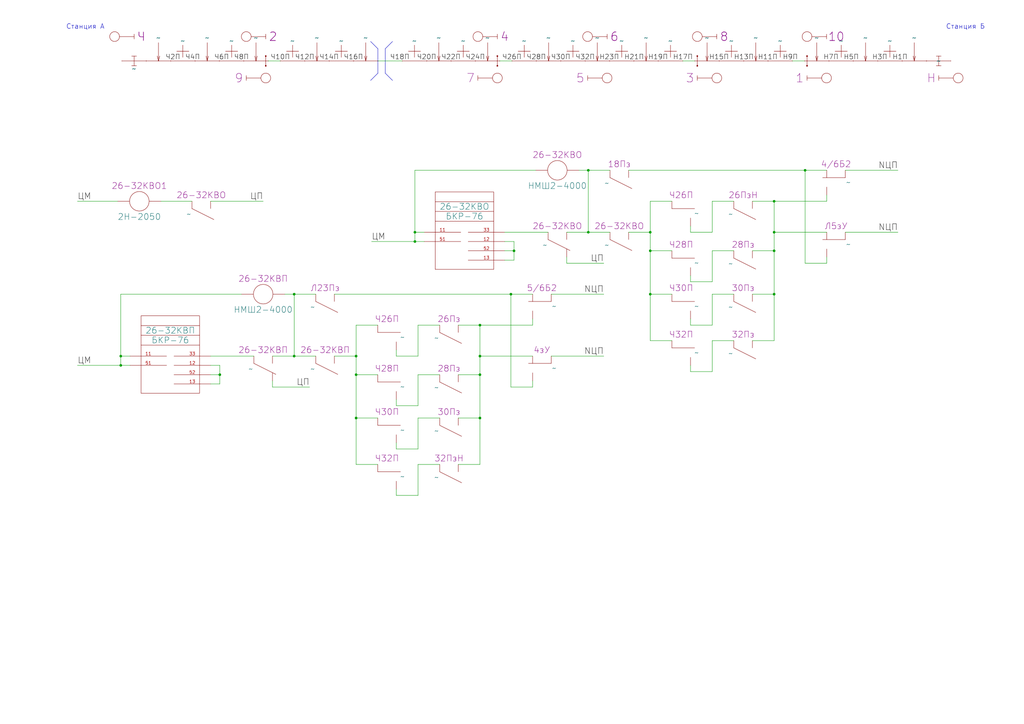
<source format=kicad_sch>
(kicad_sch (version 20231120) (generator "eeschema") (generator_version "8.0")
  (paper "A3")
  (title_block (title "Станция А") (company "МКТ РУТ (МИИТ)") (comment 1 "КП 27.02.03.03.000 ГЧ") (comment 2 "Сафранович") (comment 3 "Бузунова"))
  (lib_symbols
    (symbol "Blocks:КВ" (pin_names (offset 0) hide)
      (property "Reference" "КВ" (at 0 10.52 0))
      (property "Value" "БКР-76" (at 0 6.52 0))
      (symbol "КВ_0_1"
        (rectangle (start -12 16.52) (end 12 -15.24))
        (polyline (pts (xy 12 4.52) (xy -12 4.52)))
        (polyline (pts (xy 12 8.52) (xy -12 8.52)))
        (polyline (pts (xy 12 12.52) (xy -12 12.52)))
      )
      (symbol "КВ_1_1"
        (pin bidirectional line (at -16.51 0 0) (length 15) (name "") (number "11"))
        (pin bidirectional line (at 16.51 -3.81 180) (length 15) (name "") (number "12"))
        (pin bidirectional line (at 16.51 -11.43 180) (length 15) (name "") (number "13"))
        (pin bidirectional line (at 16.51 0 180) (length 15) (name "") (number "33"))
        (pin bidirectional line (at -16.51 -3.81 0) (length 15) (name "") (number "51"))
        (pin bidirectional line (at 16.51 -7.62 180) (length 15) (name "") (number "52"))
      )
    )
    (symbol "SCB:Изостык" (pin_numbers hide) (pin_names (offset 0) hide)
      (symbol "Изостык_0_1"
        (polyline (pts (xy -1 -2) (xy 1 -2)))
        (polyline (pts (xy 0 -2) (xy 0 2)))
        (polyline (pts (xy 1 2) (xy -1 2)))
      )
      (symbol "Изостык_1_1"
        (unit_name "Одиночный")
        (pin unspecified line (at 0 0 90) (length 0) (name "привязка") (number ""))
      )
      (symbol "Изостык_2_1"
        (unit_name "Со светофором")
        (polyline (pts (xy -5 0) (xy 5 0)))
        (pin unspecified line (at 5 0 180) (length 0) (name "") (number ""))
        (pin unspecified line (at -5 0 0) (length 0) (name "привязка") (number ""))
      )
    )
    (symbol "SCB:Светофор" (pin_numbers hide) (pin_names (offset 0) hide)
      (property "Литера" "?" (at 3 0 0))
      (symbol "Светофор_0_1"
        (circle (center -8 0) (radius 2))
        (polyline (pts (xy 0 -1) (xy 0 1)))
        (polyline (pts (xy 0 0) (xy -6 0)))
      )
    )
    (symbol "SCB:УКСПС" (pin_numbers hide) (pin_names (offset 0) hide)
      (property "Литера" "?УКСПС" (at 0 6 0))
      (symbol "УКСПС_0_1"
        (polyline (pts (xy 0 -2) (xy 0 2)))
      )
      (symbol "УКСПС_1_1"
        (unit_name "Без направления")
        (circle (center 0 -2) (radius 0.25) (fill (type outline)))
        (circle (center 0 2) (radius 0.25) (fill (type outline)))
        (pin unspecified line (at 0 0 90) (length 0) (name "привязка") (number ""))
      )
      (symbol "УКСПС_2_1"
        (unit_name "С направлением")
        (circle (center 0 -2) (radius 0.25) (fill (type outline)))
        (polyline (pts (xy -1.5 2.5) (xy -5.5 2.5)))
        (polyline (pts (xy -5.5 2.5) (xy -4 3) (xy -4 2) (xy -5.5 2.5)) (fill (type outline)))
        (circle (center 0 2) (radius 0.25) (fill (type outline)))
        (pin unspecified line (at 0 0 90) (length 0) (name "привязка") (number ""))
      )
    )
    (symbol "SCB_Relay:Контакт_нейтрального_якоря" (pin_numbers hide) (pin_names hide)
      (property "Обозначение реле" "Н" (at 0 2.54 0))
      (symbol "Контакт_нейтрального_якоря_0_1"
        (polyline (pts (xy -3.81 -3) (xy 5.19 -7.5)))
        (pin bidirectional line (at -3.81 0 270) (length 3) (name "") (number "1"))
      )
      (symbol "Контакт_нейтрального_якоря_1_1"
        (unit_name "Фронтовой-Тыловой")
        (pin bidirectional line (at 3.81 0 270) (length 3) (name "") (number "2"))
        (pin bidirectional line (at 3.81 -10.16 90) (length 3.3) (name "") (number "3"))
      )
      (symbol "Контакт_нейтрального_якоря_2_1"
        (unit_name "Тыловой")
        (pin bidirectional line (at 3.81 -10.16 90) (length 3.3) (name "") (number "3"))
      )
      (symbol "Контакт_нейтрального_якоря_3_1"
        (unit_name "Фронтовой")
        (pin bidirectional line (at 3.81 0 270) (length 3) (name "") (number "2"))
      )
      (symbol "Контакт_нейтрального_якоря_4_1"
        (unit_name "Усиленный перелючающий")
        (polyline (pts (xy 3.81 -10.16) (xy 7.62 -10.16)))
        (polyline (pts (xy 3.81 -8.89) (xy 5.715 -10.16)))
        (polyline (pts (xy 3.81 -6.858) (xy 3.81 -10.16)))
        (polyline (pts (xy 3.81 -1.27) (xy 5.715 0)))
        (polyline (pts (xy 3.81 0) (xy 3.81 -3)))
        (polyline (pts (xy 3.81 0) (xy 7.62 0)))
        (pin bidirectional line (at -3.81 0 270) (length 3) (name "") (number "1"))
        (pin bidirectional line (at 8.89 0 180) (length 2) (name "") (number "2"))
        (pin bidirectional line (at 8.89 -10.16 180) (length 2) (name "") (number "3"))
      )
      (symbol "Контакт_нейтрального_якоря_5_1"
        (unit_name "Усиленный замыкающий")
        (polyline (pts (xy 3.81 -1.27) (xy 5.715 0)))
        (polyline (pts (xy 3.81 0) (xy 3.81 -3)))
        (polyline (pts (xy 3.81 0) (xy 7.62 0)))
        (pin bidirectional line (at 8.89 0 180) (length 2) (name "") (number "2"))
      )
      (symbol "Контакт_нейтрального_якоря_6_1"
        (unit_name "Усиленный размыкающий")
        (polyline (pts (xy 3.81 -8.89) (xy 5.715 -10.16)))
        (polyline (pts (xy 3.81 -6.858) (xy 3.81 -10.16) (xy 6.985 -10.16)))
        (pin bidirectional line (at 8.89 -10.16 180) (length 2) (name "") (number "3"))
      )
      (symbol "Контакт_нейтрального_якоря_7_1"
        (unit_name "С магнитным гашением")
        (polyline (pts (xy 11.43 0) (xy 3.81 0) (xy 3.81 -3)))
        (polyline (pts (xy 3.81 0) (xy 5.5 1) (xy 8.5 -1) (xy 10 0)))
        (pin bidirectional line (at 12.7 0 180) (length 2) (name "") (number "2"))
        (pin bidirectional line (at 3.81 -10.16 90) (length 3.3) (name "") (number "3"))
      )
      (symbol "Контакт_нейтрального_якоря_8_1"
        (unit_name "С безобрывным переключением")
        (arc (start 5.5 -7.5) (mid 6.5355 -5) (end 5.5 -2.5))
        (pin bidirectional line (at 3.81 0 270) (length 3) (name "") (number "2"))
        (pin bidirectional line (at 3.81 -10.16 90) (length 3.3) (name "") (number "3"))
      )
      (symbol "Контакт_нейтрального_якоря_9_1"
        (unit_name "Фронтовой-тыловой термолемента")
        (polyline (pts (xy -3.5 -4.5) (xy -2.5 -5) (xy -2.25 -4.5)))
        (polyline (pts (xy 1.25 -6.5) (xy 1 -7) (xy 2 -7.5)))
        (arc (start 1.25 -6.5) (mid 0.5225 -3.7106) (end -2.25 -4.5))
        (pin bidirectional line (at 3.81 0 270) (length 3) (name "") (number "2"))
        (pin bidirectional line (at 3.81 -10.16 90) (length 3.3) (name "") (number "3"))
      )
      (symbol "Контакт_нейтрального_якоря_10_1"
        (unit_name "Тыловой термолемента")
        (polyline (pts (xy -3.5 -4.5) (xy -2.5 -5) (xy -2.25 -4.5)))
        (polyline (pts (xy 1.25 -6.5) (xy 1 -7) (xy 2 -7.5)))
        (arc (start 1.25 -6.5) (mid 0.5225 -3.7106) (end -2.25 -4.5))
        (pin bidirectional line (at 3.81 -10.16 90) (length 3.3) (name "") (number "3"))
      )
      (symbol "Контакт_нейтрального_якоря_11_1"
        (unit_name "Фронтовой термолемента")
        (polyline (pts (xy -3.5 -4.5) (xy -2.5 -5) (xy -2.25 -4.5)))
        (polyline (pts (xy 1.25 -6.5) (xy 1 -7) (xy 2 -7.5)))
        (arc (start 1.25 -6.5) (mid 0.5225 -3.7106) (end -2.25 -4.5))
        (pin bidirectional line (at 3.81 0 270) (length 3) (name "") (number "2"))
      )
    )
    (symbol "SCB_Relay:Контакт_нейтрального_якоря_НЗ" (pin_numbers hide) (pin_names hide)
      (property "Обозначение реле" "Н" (at 0 2.54 0))
      (symbol "Контакт_нейтрального_якоря_НЗ_0_1"
        (polyline (pts (xy -3.81 -3) (xy 5.5 -3)))
        (pin bidirectional line (at -3.81 0 270) (length 3) (name "") (number "1"))
      )
      (symbol "Контакт_нейтрального_якоря_НЗ_1_1"
        (unit_name "Фронтовой-Тыловой")
        (pin bidirectional line (at 3.81 0 270) (length 3) (name "") (number "2"))
        (pin bidirectional line (at 3.81 -10.16 90) (length 3.3) (name "") (number "3"))
      )
      (symbol "Контакт_нейтрального_якоря_НЗ_2_1"
        (unit_name "Тыловой")
        (pin bidirectional line (at 3.81 -10.16 90) (length 3.3) (name "") (number "3"))
      )
      (symbol "Контакт_нейтрального_якоря_НЗ_3_1"
        (unit_name "Фронтовой")
        (pin bidirectional line (at 3.81 0 270) (length 3) (name "") (number "2"))
      )
      (symbol "Контакт_нейтрального_якоря_НЗ_4_1"
        (unit_name "Усиленный перелючающий")
        (polyline (pts (xy 3.81 -10.16) (xy 7.62 -10.16)))
        (polyline (pts (xy 3.81 -8.89) (xy 5.715 -10.16)))
        (polyline (pts (xy 3.81 -6.858) (xy 3.81 -10.16)))
        (polyline (pts (xy 3.81 -1.27) (xy 5.715 0)))
        (polyline (pts (xy 3.81 0) (xy 3.81 -3)))
        (polyline (pts (xy 3.81 0) (xy 7.62 0)))
        (pin bidirectional line (at -3.81 0 270) (length 3) (name "") (number "1"))
        (pin bidirectional line (at 8.89 0 180) (length 2) (name "") (number "2"))
        (pin bidirectional line (at 8.89 -10.16 180) (length 2) (name "") (number "3"))
      )
      (symbol "Контакт_нейтрального_якоря_НЗ_5_1"
        (unit_name "Усиленный замыкающий")
        (polyline (pts (xy 3.81 -1.27) (xy 5.715 0)))
        (polyline (pts (xy 3.81 0) (xy 3.81 -3)))
        (polyline (pts (xy 3.81 0) (xy 7.62 0)))
        (pin bidirectional line (at 8.89 0 180) (length 2) (name "") (number "2"))
      )
      (symbol "Контакт_нейтрального_якоря_НЗ_6_1"
        (unit_name "Усиленный размыкающий")
        (polyline (pts (xy 3.81 -8.89) (xy 5.715 -10.16)))
        (polyline (pts (xy 3.81 -6.858) (xy 3.81 -10.16) (xy 6.985 -10.16)))
        (pin bidirectional line (at 8.89 -10.16 180) (length 2) (name "") (number "3"))
      )
      (symbol "Контакт_нейтрального_якоря_НЗ_7_1"
        (unit_name "С магнитным гашением")
        (polyline (pts (xy 11.43 0) (xy 3.81 0) (xy 3.81 -3)))
        (polyline (pts (xy 3.81 0) (xy 5.5 1) (xy 8.5 -1) (xy 10 0)))
        (pin bidirectional line (at 12.7 0 180) (length 2) (name "") (number "2"))
        (pin bidirectional line (at 3.81 -10.16 90) (length 3.3) (name "") (number "3"))
      )
      (symbol "Контакт_нейтрального_якоря_НЗ_8_1"
        (unit_name "С безобрывным переключением")
        (arc (start 5.5 -7.5) (mid 6.5355 -5) (end 5.5 -2.5))
        (pin bidirectional line (at 3.81 0 270) (length 3) (name "") (number "2"))
        (pin bidirectional line (at 3.81 -10.16 90) (length 3.3) (name "") (number "3"))
      )
    )
    (symbol "SCB_Relay:Нейтральное" (pin_numbers hide) (pin_names (offset 0.002) hide)
      (property "Value" "НМШ" (at 0 -6.35 0))
      (property "Обозначение реле" "Н" (at 0 6.35 0))
      (symbol "Нейтральное_0_1"
        (circle (center 0 0) (radius 4))
      )
      (symbol "Нейтральное_1_1"
        (unit_name "Общее")
        (pin power_in line (at -8.89 0 0) (length 4.8) (name "") (number "1"))
        (pin power_in line (at 8.89 0 180) (length 4.8) (name "") (number "4"))
      )
      (symbol "Нейтральное_2_1"
        (unit_name "С раздельными")
        (pin power_in line (at -8.89 0 0) (length 4.8) (name "") (number "1"))
        (pin power_in line (at -8.89 -1.905 0) (length 5.3) (name "") (number "2"))
        (pin power_in line (at 8.89 0 180) (length 4.8) (name "") (number "3"))
        (pin power_in line (at 8.89 -1.905 180) (length 5.3) (name "") (number "4"))
      )
    )
    (symbol "SCB_АБТЦ:Генератор_Нитки"
      (symbol "Генератор_Нитки_0_1"
        (polyline (pts (xy 0 0) (xy -0.5 -2)))
        (polyline (pts (xy 0 0) (xy 0 -7.5)))
        (polyline (pts (xy 0 0) (xy 0.5 -2)))
        (polyline (pts (xy 5 0) (xy -5 0)))
      )
      (symbol "Генератор_Нитки_1_1"
        (pin unspecified line (at -5 0 0) (length 0) (name "") (number ""))
        (pin unspecified line (at 5 0 180) (length 0) (name "") (number ""))
      )
    )
    (symbol "SCB_АБТЦ:Приемник_Нитки"
      (symbol "Приемник_Нитки_0_1"
        (polyline (pts (xy -5 0) (xy 5 0)))
        (polyline (pts (xy 0 -1.5) (xy 0 -6.5)))
        (polyline (pts (xy 2.5 -4) (xy -2.5 -4)))
      )
      (symbol "Приемник_Нитки_1_1"
        (pin unspecified line (at -5 0 0) (length 0) (name "") (number ""))
        (pin unspecified line (at 5 0 180) (length 0) (name "") (number ""))
      )
    )
  )
  (junction (at 330.2 69.85))
  (junction (at 90.17 153.67))
  (junction (at 170.18 95.25))
  (junction (at 196.85 171.45))
  (junction (at 196.85 133.35))
  (junction (at 317.5 82.55))
  (junction (at 49.53 149.86))
  (junction (at 266.7 120.65))
  (junction (at 196.85 146.05))
  (junction (at 146.05 153.67))
  (junction (at 241.3 95.25))
  (junction (at 209.55 120.65))
  (junction (at 120.65 146.05))
  (junction (at 266.7 95.25))
  (junction (at 146.05 171.45))
  (junction (at 241.3 69.85))
  (junction (at 317.5 95.25))
  (junction (at 196.85 153.67))
  (junction (at 146.05 146.05))
  (junction (at 317.5 120.65))
  (junction (at 170.18 99.06))
  (junction (at 49.53 146.05))
  (junction (at 210.82 102.87))
  (junction (at 120.65 120.65))
  (junction (at 317.5 102.87))
  (junction (at 266.7 102.87))
  (wire (pts (xy 111.76 158.75) (xy 127 158.75)))
  (wire (pts (xy 162.56 203.2) (xy 171.45 203.2)))
  (polyline (pts (xy 158 30) (xy 161 33)))
  (wire (pts (xy 283.21 113.03) (xy 283.21 115.57)))
  (wire (pts (xy 283.21 152.4) (xy 292.1 152.4)))
  (wire (pts (xy 317.5 102.87) (xy 317.5 120.65)))
  (wire (pts (xy 110 25) (xy 115 25)))
  (wire (pts (xy 171.45 190.5) (xy 180.34 190.5)))
  (wire (pts (xy 162.56 166.37) (xy 171.45 166.37)))
  (wire (pts (xy 266.7 95.25) (xy 266.7 82.55)))
  (wire (pts (xy 170.18 99.06) (xy 170.18 95.25)))
  (wire (pts (xy 308.61 102.87) (xy 317.5 102.87)))
  (wire (pts (xy 209.55 120.65) (xy 218.44 120.65)))
  (wire (pts (xy 339.09 105.41) (xy 339.09 107.95)))
  (wire (pts (xy 308.61 82.55) (xy 317.5 82.55)))
  (wire (pts (xy 171.45 166.37) (xy 171.45 153.67)))
  (wire (pts (xy 266.7 102.87) (xy 275.59 102.87)))
  (wire (pts (xy 292.1 120.65) (xy 300.99 120.65)))
  (wire (pts (xy 90.17 149.86) (xy 90.17 153.67)))
  (wire (pts (xy 170.18 95.25) (xy 173.99 95.25)))
  (wire (pts (xy 170.18 69.85) (xy 219.71 69.85)))
  (wire (pts (xy 86.36 153.67) (xy 90.17 153.67)))
  (wire (pts (xy 146.05 190.5) (xy 154.94 190.5)))
  (wire (pts (xy 317.5 120.65) (xy 317.5 139.7)))
  (wire (pts (xy 171.45 146.05) (xy 171.45 133.35)))
  (wire (pts (xy 330.2 69.85) (xy 339.09 69.85)))
  (wire (pts (xy 210.82 102.87) (xy 210.82 106.68)))
  (wire (pts (xy 49.53 146.05) (xy 49.53 120.65)))
  (wire (pts (xy 339.09 107.95) (xy 330.2 107.95)))
  (wire (pts (xy 66.04 82.55) (xy 78.74 82.55)))
  (wire (pts (xy 241.3 95.25) (xy 241.3 69.85)))
  (wire (pts (xy 283.21 115.57) (xy 292.1 115.57)))
  (wire (pts (xy 226.06 146.05) (xy 247.65 146.05)))
  (wire (pts (xy 31.75 82.55) (xy 48.26 82.55)))
  (wire (pts (xy 137.16 120.65) (xy 209.55 120.65)))
  (wire (pts (xy 53.34 149.86) (xy 49.53 149.86)))
  (polyline (pts (xy 155 20) (xy 155 30)))
  (wire (pts (xy 283.21 95.25) (xy 292.1 95.25)))
  (wire (pts (xy 171.45 203.2) (xy 171.45 190.5)))
  (wire (pts (xy 146.05 133.35) (xy 154.94 133.35)))
  (wire (pts (xy 266.7 120.65) (xy 266.7 139.7)))
  (wire (pts (xy 283.21 133.35) (xy 292.1 133.35)))
  (wire (pts (xy 218.44 130.81) (xy 218.44 133.35)))
  (wire (pts (xy 292.1 82.55) (xy 300.99 82.55)))
  (wire (pts (xy 31.75 149.86) (xy 49.53 149.86)))
  (wire (pts (xy 111.76 146.05) (xy 120.65 146.05)))
  (wire (pts (xy 86.36 82.55) (xy 107.95 82.55)))
  (polyline (pts (xy 152 33) (xy 155 30)))
  (wire (pts (xy 207.01 95.25) (xy 224.79 95.25)))
  (wire (pts (xy 120.65 146.05) (xy 120.65 120.65)))
  (wire (pts (xy 49.53 149.86) (xy 49.53 146.05)))
  (wire (pts (xy 162.56 181.61) (xy 162.56 184.15)))
  (wire (pts (xy 266.7 102.87) (xy 266.7 120.65)))
  (wire (pts (xy 292.1 133.35) (xy 292.1 120.65)))
  (wire (pts (xy 86.36 149.86) (xy 90.17 149.86)))
  (wire (pts (xy 187.96 153.67) (xy 196.85 153.67)))
  (wire (pts (xy 325 25) (xy 330 25)))
  (wire (pts (xy 308.61 139.7) (xy 317.5 139.7)))
  (wire (pts (xy 49.53 120.65) (xy 99.06 120.65)))
  (wire (pts (xy 209.55 158.75) (xy 209.55 120.65)))
  (wire (pts (xy 196.85 146.05) (xy 196.85 153.67)))
  (wire (pts (xy 218.44 158.75) (xy 209.55 158.75)))
  (wire (pts (xy 339.09 95.25) (xy 317.5 95.25)))
  (wire (pts (xy 162.56 184.15) (xy 171.45 184.15)))
  (wire (pts (xy 170.18 95.25) (xy 170.18 69.85)))
  (wire (pts (xy 241.3 69.85) (xy 250.19 69.85)))
  (wire (pts (xy 111.76 156.21) (xy 111.76 158.75)))
  (wire (pts (xy 86.36 157.48) (xy 90.17 157.48)))
  (wire (pts (xy 120.65 120.65) (xy 116.84 120.65)))
  (wire (pts (xy 171.45 171.45) (xy 180.34 171.45)))
  (wire (pts (xy 86.36 146.05) (xy 104.14 146.05)))
  (wire (pts (xy 266.7 139.7) (xy 275.59 139.7)))
  (wire (pts (xy 339.09 80.01) (xy 339.09 82.55)))
  (wire (pts (xy 146.05 153.67) (xy 154.94 153.67)))
  (wire (pts (xy 162.56 163.83) (xy 162.56 166.37)))
  (polyline (pts (xy 152 17) (xy 155 20)))
  (wire (pts (xy 155 25) (xy 165 25)))
  (polyline (pts (xy 161 17) (xy 158 20)))
  (wire (pts (xy 173.99 99.06) (xy 170.18 99.06)))
  (wire (pts (xy 266.7 82.55) (xy 275.59 82.55)))
  (wire (pts (xy 232.41 107.95) (xy 247.65 107.95)))
  (wire (pts (xy 266.7 95.25) (xy 266.7 102.87)))
  (wire (pts (xy 196.85 171.45) (xy 196.85 190.5)))
  (wire (pts (xy 346.71 69.85) (xy 368.3 69.85)))
  (wire (pts (xy 207.01 102.87) (xy 210.82 102.87)))
  (wire (pts (xy 292.1 152.4) (xy 292.1 139.7)))
  (wire (pts (xy 210.82 99.06) (xy 210.82 102.87)))
  (wire (pts (xy 218.44 146.05) (xy 196.85 146.05)))
  (wire (pts (xy 196.85 133.35) (xy 218.44 133.35)))
  (wire (pts (xy 257.81 95.25) (xy 266.7 95.25)))
  (wire (pts (xy 187.96 171.45) (xy 196.85 171.45)))
  (wire (pts (xy 162.56 143.51) (xy 162.56 146.05)))
  (wire (pts (xy 283.21 92.71) (xy 283.21 95.25)))
  (wire (pts (xy 266.7 120.65) (xy 275.59 120.65)))
  (wire (pts (xy 137.16 146.05) (xy 146.05 146.05)))
  (wire (pts (xy 120.65 146.05) (xy 129.54 146.05)))
  (wire (pts (xy 171.45 133.35) (xy 180.34 133.35)))
  (wire (pts (xy 187.96 133.35) (xy 196.85 133.35)))
  (wire (pts (xy 171.45 153.67) (xy 180.34 153.67)))
  (wire (pts (xy 346.71 95.25) (xy 368.3 95.25)))
  (wire (pts (xy 232.41 105.41) (xy 232.41 107.95)))
  (wire (pts (xy 146.05 153.67) (xy 146.05 171.45)))
  (wire (pts (xy 292.1 95.25) (xy 292.1 82.55)))
  (wire (pts (xy 207.01 106.68) (xy 210.82 106.68)))
  (wire (pts (xy 292.1 139.7) (xy 300.99 139.7)))
  (wire (pts (xy 218.44 156.21) (xy 218.44 158.75)))
  (wire (pts (xy 152.4 99.06) (xy 170.18 99.06)))
  (wire (pts (xy 49.53 146.05) (xy 53.34 146.05)))
  (wire (pts (xy 226.06 120.65) (xy 247.65 120.65)))
  (wire (pts (xy 162.56 146.05) (xy 171.45 146.05)))
  (wire (pts (xy 187.96 190.5) (xy 196.85 190.5)))
  (wire (pts (xy 330.2 107.95) (xy 330.2 69.85)))
  (wire (pts (xy 292.1 102.87) (xy 300.99 102.87)))
  (wire (pts (xy 283.21 130.81) (xy 283.21 133.35)))
  (wire (pts (xy 90.17 153.67) (xy 90.17 157.48)))
  (wire (pts (xy 241.3 69.85) (xy 237.49 69.85)))
  (wire (pts (xy 146.05 171.45) (xy 146.05 190.5)))
  (wire (pts (xy 283.21 149.86) (xy 283.21 152.4)))
  (wire (pts (xy 196.85 133.35) (xy 196.85 146.05)))
  (wire (pts (xy 207.01 99.06) (xy 210.82 99.06)))
  (wire (pts (xy 292.1 115.57) (xy 292.1 102.87)))
  (wire (pts (xy 120.65 120.65) (xy 129.54 120.65)))
  (wire (pts (xy 317.5 82.55) (xy 339.09 82.55)))
  (wire (pts (xy 196.85 153.67) (xy 196.85 171.45)))
  (wire (pts (xy 162.56 200.66) (xy 162.56 203.2)))
  (wire (pts (xy 171.45 184.15) (xy 171.45 171.45)))
  (wire (pts (xy 232.41 95.25) (xy 241.3 95.25)))
  (wire (pts (xy 146.05 146.05) (xy 146.05 133.35)))
  (wire (pts (xy 257.81 69.85) (xy 330.2 69.85)))
  (wire (pts (xy 146.05 146.05) (xy 146.05 153.67)))
  (polyline (pts (xy 158 20) (xy 158 30)))
  (wire (pts (xy 317.5 95.25) (xy 317.5 102.87)))
  (wire (pts (xy 280 25) (xy 285 25)))
  (wire (pts (xy 205 25) (xy 210 25)))
  (wire (pts (xy 317.5 82.55) (xy 317.5 95.25)))
  (wire (pts (xy 308.61 120.65) (xy 317.5 120.65)))
  (wire (pts (xy 241.3 95.25) (xy 250.19 95.25)))
  (wire (pts (xy 146.05 171.45) (xy 154.94 171.45)))
  (text "Станция А" (at 35 11 0) (effects (font (size 2 2))))
  (text "Станция Б" (at 396 11 0) (effects (font (size 2 2))))
  (label "Н13П" (at 301 25 0) (effects (font (size 2 2))) (property "Netclass" "Рельсы" (effects (hide yes))))
  (label "Ч16П" (at 141 25 0) (effects (font (size 2 2))) (property "Netclass" "Рельсы" (effects (hide yes))))
  (label "Ч12П" (at 121 25 0) (effects (font (size 2 2))) (property "Netclass" "Рельсы" (effects (hide yes))))
  (label "NЦП" (at 368.3 95.25 180) (effects (font (size 2.5 2.5))) (property "Netclass" "Цепь" (effects (hide yes))))
  (label "Н19П" (at 274 25 180) (effects (font (size 2 2))) (property "Netclass" "Рельсы" (effects (hide yes))))
  (label "ЦП" (at 107.95 82.55 180) (effects (font (size 2.5 2.5))) (property "Netclass" "Цепь" (effects (hide yes))))
  (label "Ч6П" (at 94 25 180) (effects (font (size 2 2))) (property "Netclass" "Рельсы" (effects (hide yes))))
  (label "Ч24П" (at 191 25 0) (effects (font (size 2 2))) (property "Netclass" "Рельсы" (effects (hide yes))))
  (label "Ч30П" (at 234 25 180) (effects (font (size 2 2))) (property "Netclass" "Рельсы" (effects (hide yes))))
  (label "Н11П" (at 319 25 180) (effects (font (size 2 2))) (property "Netclass" "Рельсы" (effects (hide yes))))
  (label "Ч4П" (at 76 25 0) (effects (font (size 2 2))) (property "Netclass" "Рельсы" (effects (hide yes))))
  (label "Н9П" (at 321 25 0) (effects (font (size 2 2))) (property "Netclass" "Рельсы" (effects (hide yes))))
  (label "Ч2П" (at 74 25 180) (effects (font (size 2 2))) (property "Netclass" "Рельсы" (effects (hide yes))))
  (label "NЦП" (at 368.3 69.85 180) (effects (font (size 2.5 2.5))) (property "Netclass" "Цепь" (effects (hide yes))))
  (label "Ч14П" (at 139 25 180) (effects (font (size 2 2))) (property "Netclass" "Рельсы" (effects (hide yes))))
  (label "Н5П" (at 346 25 0) (effects (font (size 2 2))) (property "Netclass" "Рельсы" (effects (hide yes))))
  (label "Ч26П" (at 214 25 180) (effects (font (size 2 2))) (property "Netclass" "Рельсы" (effects (hide yes))))
  (label "ЦМ" (at 31.75 82.55 0) (effects (font (size 2.5 2.5))) (property "Netclass" "Цепь" (effects (hide yes))))
  (label "NЦП" (at 247.65 120.65 180) (effects (font (size 2.5 2.5))) (property "Netclass" "Цепь" (effects (hide yes))))
  (label "Ч10П" (at 119 25 180) (effects (font (size 2 2))) (property "Netclass" "Рельсы" (effects (hide yes))))
  (label "Ч18П" (at 168 25 180) (effects (font (size 2 2))) (property "Netclass" "Рельсы" (effects (hide yes))))
  (label "Н21П" (at 256 25 0) (effects (font (size 2 2))) (property "Netclass" "Рельсы" (effects (hide yes))))
  (label "ЦП" (at 247.65 107.95 180) (effects (font (size 2.5 2.5))) (property "Netclass" "Цепь" (effects (hide yes))))
  (label "Н23П" (at 254 25 180) (effects (font (size 2 2))) (property "Netclass" "Рельсы" (effects (hide yes))))
  (label "Н3П" (at 364 25 180) (effects (font (size 2 2))) (property "Netclass" "Рельсы" (effects (hide yes))))
  (label "Ч28П" (at 216 25 0) (effects (font (size 2 2))) (property "Netclass" "Рельсы" (effects (hide yes))))
  (label "Ч22П" (at 189 25 180) (effects (font (size 2 2))) (property "Netclass" "Рельсы" (effects (hide yes))))
  (label "Н15П" (at 299 25 180) (effects (font (size 2 2))) (property "Netclass" "Рельсы" (effects (hide yes))))
  (label "NЦП" (at 247.65 146.05 180) (effects (font (size 2.5 2.5))) (property "Netclass" "Цепь" (effects (hide yes))))
  (label "Н7П" (at 344 25 180) (effects (font (size 2 2))) (property "Netclass" "Рельсы" (effects (hide yes))))
  (label "Н17П" (at 276 25 0) (effects (font (size 2 2))) (property "Netclass" "Рельсы" (effects (hide yes))))
  (label "ЦП" (at 127 158.75 180) (effects (font (size 2.5 2.5))) (property "Netclass" "Цепь" (effects (hide yes))))
  (label "ЦМ" (at 152.4 99.06 0) (effects (font (size 2.5 2.5))) (property "Netclass" "Цепь" (effects (hide yes))))
  (label "Ч20П" (at 171 25 0) (effects (font (size 2 2))) (property "Netclass" "Рельсы" (effects (hide yes))))
  (label "Н1П" (at 366 25 0) (effects (font (size 2 2))) (property "Netclass" "Рельсы" (effects (hide yes))))
  (label "Ч32П" (at 236 25 0) (effects (font (size 2 2))) (property "Netclass" "Рельсы" (effects (hide yes))))
  (label "Ч8П" (at 96 25 0) (effects (font (size 2 2))) (property "Netclass" "Рельсы" (effects (hide yes))))
  (label "ЦМ" (at 31.75 149.86 0) (effects (font (size 2.5 2.5))) (property "Netclass" "Цепь" (effects (hide yes))))
  (symbol (lib_id "SCB:Светофор") (at 286 32 180) (unit 1)
    (property "Reference" "Светофор11131" (effects (hide yes)))
    (property "Литера" "3" (at 283 32 0) (effects (font (size 3.5 3.5))))
  )
  (symbol (lib_name "SCB_АБТЦ:Приемник_Нитки") (lib_id "SCB_АБТЦ:Приемник_Нитки") (at 275 25 180) (unit 1)
    (property "Reference" "Приемник1111161" (effects (hide yes)))
    (property "Value" "~" (at 275 16.75 0) (effects (font (size 2.5 2.5))))
  )
  (symbol (lib_name "SCB_АБТЦ:Генератор_Нитки") (lib_id "SCB_АБТЦ:Генератор_Нитки") (at 310 25 180) (unit 1)
    (property "Reference" "Генератор11111171" (effects (hide yes)))
    (property "Value" "~" (at 310 15.48 0) (effects (font (size 2.5 2.5))))
  )
  (symbol (lib_id "SCB:Светофор") (at 55 15 0) (unit 1)
    (property "Reference" "Светофор111" (effects (hide yes)))
    (property "Литера" "Ч" (at 58 15 0) (effects (font (size 3.5 3.5))))
  )
  (symbol (lib_name "SCB_АБТЦ:Генератор_Нитки") (lib_id "SCB_АБТЦ:Генератор_Нитки") (at 290 25 180) (unit 1)
    (property "Reference" "Генератор11111161" (effects (hide yes)))
    (property "Value" "~" (at 290 15.48 0) (effects (font (size 2.5 2.5))))
  )
  (symbol (lib_id "SCB_Relay:Контакт_нейтрального_якоря_НЗ") (at 222.25 146.05 0) (mirror y) (unit 1)
    (property "Reference" "Н111" (effects (hide yes)))
    (property "Value" "~" (at 227.33 150.98 0) (effects (font (size 2.5 2.5))))
    (property "Обозначение реле" "4зУ" (at 222.25 143.51 0) (effects (font (size 2.5 2.5))))
  )
  (symbol (lib_name "SCB_АБТЦ:Генератор_Нитки") (lib_id "SCB_АБТЦ:Генератор_Нитки") (at 355 25 180) (unit 1)
    (property "Reference" "Генератор11111191" (effects (hide yes)))
    (property "Value" "~" (at 355 15.48 0) (effects (font (size 2.5 2.5))))
  )
  (symbol (lib_id "SCB_Relay:Контакт_нейтрального_якоря") (at 228.6 95.25 0) (unit 1)
    (property "Reference" "Н14111" (effects (hide yes)))
    (property "Value" "~" (at 223.52 100.5 0) (effects (font (size 2.5 2.5))))
    (property "Обозначение реле" "26-32КВО" (at 228.6 92.71 0) (effects (font (size 2.5 2.5))))
  )
  (symbol (lib_id "SCB:Светофор") (at 101 32 180) (unit 1)
    (property "Reference" "Светофор121" (effects (hide yes)))
    (property "Литера" "9" (at 98 32 0) (effects (font (size 3.5 3.5))))
  )
  (symbol (lib_name "SCB_Relay:Контакт_нейтрального_якоря") (lib_id "SCB_Relay:Контакт_нейтрального_якоря") (at 184.15 171.45 0) (unit 3)
    (property "Reference" "Н11111" (effects (hide yes)))
    (property "Value" "~" (at 179.07 176.7 0) (effects (font (size 2.5 2.5))))
    (property "Обозначение реле" "30Пз" (at 184.15 168.91 0) (effects (font (size 2.5 2.5))))
  )
  (symbol (lib_name "SCB_Relay:Контакт_нейтрального_якоря") (lib_id "SCB_Relay:Контакт_нейтрального_якоря") (at 304.8 120.65 0) (unit 3)
    (property "Reference" "Н111111" (effects (hide yes)))
    (property "Value" "~" (at 299.72 125.9 0) (effects (font (size 2.5 2.5))))
    (property "Обозначение реле" "30Пз" (at 304.8 118.11 0) (effects (font (size 2.5 2.5))))
  )
  (symbol (lib_name "SCB_Relay:Контакт_нейтрального_якоря") (lib_id "SCB_Relay:Контакт_нейтрального_якоря") (at 107.95 146.05 0) (unit 1)
    (property "Reference" "Н1411" (effects (hide yes)))
    (property "Value" "~" (at 102.87 151.3 0) (effects (font (size 2.5 2.5))))
    (property "Обозначение реле" "26-32КВП" (at 107.95 143.51 0) (effects (font (size 2.5 2.5))))
  )
  (symbol (lib_name "SCB_АБТЦ:Приемник_Нитки") (lib_id "SCB_АБТЦ:Приемник_Нитки") (at 215 25 180) (unit 1)
    (property "Reference" "Приемник1111131" (effects (hide yes)))
    (property "Value" "~" (at 215 16.75 0) (effects (font (size 2.5 2.5))))
  )
  (symbol (lib_name "SCB_АБТЦ:Генератор_Нитки") (lib_id "SCB_АБТЦ:Генератор_Нитки") (at 180 25 180) (unit 1)
    (property "Reference" "Генератор111111121" (effects (hide yes)))
    (property "Value" "~" (at 180 15.48 0) (effects (font (size 2.5 2.5))))
  )
  (symbol (lib_name "SCB_АБТЦ:Генератор_Нитки") (lib_id "SCB_АБТЦ:Генератор_Нитки") (at 105 25 180) (unit 1)
    (property "Reference" "Генератор1111121" (effects (hide yes)))
    (property "Value" "~" (at 105 15.48 0) (effects (font (size 2.5 2.5))))
  )
  (symbol (lib_id "SCB:Светофор") (at 196 32 180) (unit 1)
    (property "Reference" "Светофор1111" (effects (hide yes)))
    (property "Литера" "7" (at 193 32 0) (effects (font (size 3.5 3.5))))
  )
  (symbol (lib_name "SCB_АБТЦ:Генератор_Нитки") (lib_id "SCB_АБТЦ:Генератор_Нитки") (at 65 25 180) (unit 1)
    (property "Reference" "Генератор11111" (effects (hide yes)))
    (property "Value" "~" (at 65 15.48 0) (effects (font (size 2.5 2.5))))
  )
  (symbol (lib_name "SCB_Relay:Контакт_нейтрального_якоря_НЗ") (lib_id "SCB_Relay:Контакт_нейтрального_якоря_НЗ") (at 158.75 190.5 0) (unit 2)
    (property "Reference" "Н1111" (effects (hide yes)))
    (property "Value" "~" (at 165.1 195.43 0) (effects (font (size 2.5 2.5))))
    (property "Обозначение реле" "Ч32П" (at 158.75 187.96 0) (effects (font (size 2.5 2.5))))
  )
  (symbol (lib_name "SCB_Relay:Контакт_нейтрального_якоря") (lib_id "SCB_Relay:Контакт_нейтрального_якоря") (at 133.35 146.05 0) (unit 3)
    (property "Reference" "Н111" (effects (hide yes)))
    (property "Value" "~" (at 128.27 151.3 0) (effects (font (size 2.5 2.5))))
    (property "Обозначение реле" "26-32КВП" (at 133.35 143.51 0) (effects (font (size 2.5 2.5))))
  )
  (symbol (lib_name "SCB_Relay:Контакт_нейтрального_якоря_НЗ") (lib_id "SCB_Relay:Контакт_нейтрального_якоря_НЗ") (at 342.9 69.85 0) (mirror y) (unit 1)
    (property "Reference" "Н111" (effects (hide yes)))
    (property "Value" "~" (at 347.98 74.78 0) (effects (font (size 2.5 2.5))))
    (property "Обозначение реле" "4/6Б2" (at 342.9 67.31 0) (effects (font (size 2.5 2.5))))
  )
  (symbol (lib_name "SCB_Relay:Контакт_нейтрального_якоря") (lib_id "SCB_Relay:Контакт_нейтрального_якоря") (at 82.55 82.55 0) (unit 3)
    (property "Reference" "Н141111" (effects (hide yes)))
    (property "Value" "~" (at 77.47 87.8 0) (effects (font (size 2.5 2.5))))
    (property "Обозначение реле" "26-32КВО" (at 82.55 80.01 0) (effects (font (size 2.5 2.5))))
  )
  (symbol (lib_name "SCB_АБТЦ:Приемник_Нитки") (lib_id "SCB_АБТЦ:Приемник_Нитки") (at 320 25 180) (unit 1)
    (property "Reference" "Приемник1111181" (effects (hide yes)))
    (property "Value" "~" (at 320 16.75 0) (effects (font (size 2.5 2.5))))
  )
  (symbol (lib_id "SCB:УКСПС") (at 331 25 0) (unit 1)
    (property "Reference" "УКСПС131" (effects (hide yes)))
    (property "Литера" "?УКСПС" (effects (hide yes)))
  )
  (symbol (lib_name "SCB_АБТЦ:Генератор_Нитки") (lib_id "SCB_АБТЦ:Генератор_Нитки") (at 375 25 180) (unit 1)
    (property "Reference" "Генератор111111101" (effects (hide yes)))
    (property "Value" "~" (at 375 15.48 0) (effects (font (size 2.5 2.5))))
  )
  (symbol (lib_name "SCB_Relay:Контакт_нейтрального_якоря_НЗ") (lib_id "SCB_Relay:Контакт_нейтрального_якоря_НЗ") (at 279.4 120.65 0) (unit 2)
    (property "Reference" "Н11111" (effects (hide yes)))
    (property "Value" "~" (at 285.75 125.58 0) (effects (font (size 2.5 2.5))))
    (property "Обозначение реле" "Ч30П" (at 279.4 118.11 0) (effects (font (size 2.5 2.5))))
  )
  (symbol (lib_name "SCB_АБТЦ:Генератор_Нитки") (lib_id "SCB_АБТЦ:Генератор_Нитки") (at 265 25 180) (unit 1)
    (property "Reference" "Генератор11111151" (effects (hide yes)))
    (property "Value" "~" (at 265 15.48 0) (effects (font (size 2.5 2.5))))
  )
  (symbol (lib_name "SCB_Relay:Контакт_нейтрального_якоря_НЗ") (lib_id "SCB_Relay:Контакт_нейтрального_якоря_НЗ") (at 279.4 139.7 0) (unit 2)
    (property "Reference" "Н11112" (effects (hide yes)))
    (property "Value" "~" (at 285.75 144.63 0) (effects (font (size 2.5 2.5))))
    (property "Обозначение реле" "Ч32П" (at 279.4 137.16 0) (effects (font (size 2.5 2.5))))
  )
  (symbol (lib_name "SCB_АБТЦ:Приемник_Нитки") (lib_id "SCB_АБТЦ:Приемник_Нитки") (at 235 25 180) (unit 1)
    (property "Reference" "Приемник1111141" (effects (hide yes)))
    (property "Value" "~" (at 235 16.75 0) (effects (font (size 2.5 2.5))))
  )
  (symbol (lib_name "SCB_АБТЦ:Генератор_Нитки") (lib_id "SCB_АБТЦ:Генератор_Нитки") (at 225 25 180) (unit 1)
    (property "Reference" "Генератор11111131" (effects (hide yes)))
    (property "Value" "~" (at 225 15.48 0) (effects (font (size 2.5 2.5))))
  )
  (symbol (lib_name "SCB_АБТЦ:Приемник_Нитки") (lib_id "SCB_АБТЦ:Приемник_Нитки") (at 140 25 180) (unit 1)
    (property "Reference" "Приемник11111111" (effects (hide yes)))
    (property "Value" "~" (at 140 16.75 0) (effects (font (size 2.5 2.5))))
  )
  (symbol (lib_name "SCB_АБТЦ:Приемник_Нитки") (lib_id "SCB_АБТЦ:Приемник_Нитки") (at 75 25 180) (unit 1)
    (property "Reference" "Приемник11111" (effects (hide yes)))
    (property "Value" "~" (at 75 16.75 0) (effects (font (size 2.5 2.5))))
  )
  (symbol (lib_id "SCB:Светофор") (at 241 32 180) (unit 1)
    (property "Reference" "Светофор11111" (effects (hide yes)))
    (property "Литера" "5" (at 238 32 0) (effects (font (size 3.5 3.5))))
  )
  (symbol (lib_id "SCB_Relay:Нейтральное") (at 107.95 120.65 0) (unit 1)
    (property "Reference" "2-8КВП" (effects (hide yes)))
    (property "Value" "НМШ2-4000" (at 107.95 127 0) (effects (font (size 2.5 2.5))))
    (property "Обозначение реле" "26-32КВП" (at 107.95 114.3 0) (effects (font (size 2.5 2.5))))
  )
  (symbol (lib_name "SCB_Relay:Контакт_нейтрального_якоря") (lib_id "SCB_Relay:Контакт_нейтрального_якоря") (at 304.8 102.87 0) (unit 3)
    (property "Reference" "Н111111" (effects (hide yes)))
    (property "Value" "~" (at 299.72 108.12 0) (effects (font (size 2.5 2.5))))
    (property "Обозначение реле" "28Пз" (at 304.8 100.33 0) (effects (font (size 2.5 2.5))))
  )
  (symbol (lib_name "SCB_Relay:Контакт_нейтрального_якоря_НЗ") (lib_id "SCB_Relay:Контакт_нейтрального_якоря_НЗ") (at 342.9 95.25 0) (mirror y) (unit 1)
    (property "Reference" "Н1112" (effects (hide yes)))
    (property "Value" "~" (at 347.98 100.18 0) (effects (font (size 2.5 2.5))))
    (property "Обозначение реле" "Л5зУ" (at 342.9 92.71 0) (effects (font (size 2.5 2.5))))
  )
  (symbol (lib_name "SCB_Relay:Контакт_нейтрального_якоря") (lib_id "SCB_Relay:Контакт_нейтрального_якоря") (at 254 95.25 0) (unit 3)
    (property "Reference" "Н1111" (effects (hide yes)))
    (property "Value" "~" (at 248.92 100.5 0) (effects (font (size 2.5 2.5))))
    (property "Обозначение реле" "26-32КВО" (at 254 92.71 0) (effects (font (size 2.5 2.5))))
  )
  (symbol (lib_id "SCB:Светофор") (at 249 15 0) (unit 1)
    (property "Reference" "Светофор11121" (effects (hide yes)))
    (property "Литера" "6" (at 252 15 0) (effects (font (size 3.5 3.5))))
  )
  (symbol (lib_id "SCB:Светофор") (at 331 32 180) (unit 1)
    (property "Reference" "Светофор1211" (effects (hide yes)))
    (property "Литера" "1" (at 328 32 0) (effects (font (size 3.5 3.5))))
  )
  (symbol (lib_name "SCB:Изостык") (lib_id "SCB:Изостык") (at 55 25 0) (unit 2)
    (property "Reference" "И111" (effects (hide yes)))
    (property "Value" "~" (at 55 28.18 0) (effects (font (size 2.5 2.5))))
  )
  (symbol (lib_id "Blocks:КВ") (at 69.85 146.05 0) (unit 1)
    (property "Reference" "26-32КВП" (at 69.85 135.53 0) (effects (font (size 2.5 2.5))))
    (property "Value" "БКР-76" (at 69.85 139.53 0) (effects (font (size 2.5 2.5))))
  )
  (symbol (lib_id "SCB:Светофор") (at 204 15 0) (unit 1)
    (property "Reference" "Светофор1121" (effects (hide yes)))
    (property "Литера" "4" (at 207 15 0) (effects (font (size 3.5 3.5))))
  )
  (symbol (lib_name "SCB_АБТЦ:Генератор_Нитки") (lib_id "SCB_АБТЦ:Генератор_Нитки") (at 245 25 180) (unit 1)
    (property "Reference" "Генератор11111141" (effects (hide yes)))
    (property "Value" "~" (at 245 15.48 0) (effects (font (size 2.5 2.5))))
  )
  (symbol (lib_name "SCB_АБТЦ:Приемник_Нитки") (lib_id "SCB_АБТЦ:Приемник_Нитки") (at 120 25 180) (unit 1)
    (property "Reference" "Приемник1111111" (effects (hide yes)))
    (property "Value" "~" (at 120 16.75 0) (effects (font (size 2.5 2.5))))
  )
  (symbol (lib_name "SCB_Relay:Контакт_нейтрального_якоря") (lib_id "SCB_Relay:Контакт_нейтрального_якоря") (at 184.15 133.35 0) (unit 3)
    (property "Reference" "Н1111" (effects (hide yes)))
    (property "Value" "~" (at 179.07 138.6 0) (effects (font (size 2.5 2.5))))
    (property "Обозначение реле" "26Пз" (at 184.15 130.81 0) (effects (font (size 2.5 2.5))))
  )
  (symbol (lib_id "SCB:УКСПС") (at 286 25 0) (unit 1)
    (property "Reference" "УКСПС121" (effects (hide yes)))
    (property "Литера" "?УКСПС" (effects (hide yes)))
  )
  (symbol (lib_id "SCB:УКСПС") (at 109 25 0) (unit 1)
    (property "Reference" "УКСПС111" (effects (hide yes)))
    (property "Литера" "?УКСПС" (effects (hide yes)))
  )
  (symbol (lib_name "SCB_АБТЦ:Генератор_Нитки") (lib_id "SCB_АБТЦ:Генератор_Нитки") (at 335 25 180) (unit 1)
    (property "Reference" "Генератор11111181" (effects (hide yes)))
    (property "Value" "~" (at 335 15.48 0) (effects (font (size 2.5 2.5))))
  )
  (symbol (lib_name "SCB_АБТЦ:Приемник_Нитки") (lib_id "SCB_АБТЦ:Приемник_Нитки") (at 300 25 180) (unit 1)
    (property "Reference" "Приемник1111171" (effects (hide yes)))
    (property "Value" "~" (at 300 16.75 0) (effects (font (size 2.5 2.5))))
  )
  (symbol (lib_name "SCB_Relay:Контакт_нейтрального_якоря_НЗ") (lib_id "SCB_Relay:Контакт_нейтрального_якоря_НЗ") (at 222.25 120.65 0) (mirror y) (unit 1)
    (property "Reference" "Н11" (effects (hide yes)))
    (property "Value" "~" (at 227.33 125.58 0) (effects (font (size 2.5 2.5))))
    (property "Обозначение реле" "5/6Б2" (at 222.25 118.11 0) (effects (font (size 2.5 2.5))))
  )
  (symbol (lib_name "SCB_Relay:Контакт_нейтрального_якоря") (lib_id "SCB_Relay:Контакт_нейтрального_якоря") (at 133.35 120.65 0) (unit 3)
    (property "Reference" "Н111" (effects (hide yes)))
    (property "Value" "~" (at 128.27 125.9 0) (effects (font (size 2.5 2.5))))
    (property "Обозначение реле" "Л23Пз" (at 133.35 118.11 0) (effects (font (size 2.5 2.5))))
  )
  (symbol (lib_name "SCB_Relay:Контакт_нейтрального_якоря") (lib_id "SCB_Relay:Контакт_нейтрального_якоря") (at 254 69.85 0) (unit 3)
    (property "Reference" "Н1111" (effects (hide yes)))
    (property "Value" "~" (at 248.92 75.1 0) (effects (font (size 2.5 2.5))))
    (property "Обозначение реле" "18Пз" (at 254 67.31 0) (effects (font (size 2.5 2.5))))
  )
  (symbol (lib_name "SCB_Relay:Контакт_нейтрального_якоря_НЗ") (lib_id "SCB_Relay:Контакт_нейтрального_якоря_НЗ") (at 279.4 102.87 0) (unit 2)
    (property "Reference" "Н11111" (effects (hide yes)))
    (property "Value" "~" (at 285.75 107.8 0) (effects (font (size 2.5 2.5))))
    (property "Обозначение реле" "Ч28П" (at 279.4 100.33 0) (effects (font (size 2.5 2.5))))
  )
  (symbol (lib_name "SCB_АБТЦ:Генератор_Нитки") (lib_id "SCB_АБТЦ:Генератор_Нитки") (at 130 25 180) (unit 1)
    (property "Reference" "Генератор111111111" (effects (hide yes)))
    (property "Value" "~" (at 130 15.48 0) (effects (font (size 2.5 2.5))))
  )
  (symbol (lib_name "SCB_Relay:Контакт_нейтрального_якоря_НЗ") (lib_id "SCB_Relay:Контакт_нейтрального_якоря_НЗ") (at 279.4 82.55 0) (unit 2)
    (property "Reference" "Н1112" (effects (hide yes)))
    (property "Value" "~" (at 285.75 87.48 0) (effects (font (size 2.5 2.5))))
    (property "Обозначение реле" "Ч26П" (at 279.4 80.01 0) (effects (font (size 2.5 2.5))))
  )
  (symbol (lib_name "SCB_АБТЦ:Приемник_Нитки") (lib_id "SCB_АБТЦ:Приемник_Нитки") (at 345 25 180) (unit 1)
    (property "Reference" "Приемник1111191" (effects (hide yes)))
    (property "Value" "~" (at 345 16.75 0) (effects (font (size 2.5 2.5))))
  )
  (symbol (lib_name "SCB_АБТЦ:Приемник_Нитки") (lib_id "SCB_АБТЦ:Приемник_Нитки") (at 365 25 180) (unit 1)
    (property "Reference" "Приемник11111101" (effects (hide yes)))
    (property "Value" "~" (at 365 16.75 0) (effects (font (size 2.5 2.5))))
  )
  (symbol (lib_name "SCB_АБТЦ:Приемник_Нитки") (lib_id "SCB_АБТЦ:Приемник_Нитки") (at 170 25 180) (unit 1)
    (property "Reference" "Приемник1111121" (effects (hide yes)))
    (property "Value" "~" (at 170 16.75 0) (effects (font (size 2.5 2.5))))
  )
  (symbol (lib_id "SCB:Светофор") (at 109 15 0) (unit 1)
    (property "Reference" "Светофор131" (effects (hide yes)))
    (property "Литера" "2" (at 112 15 0) (effects (font (size 3.5 3.5))))
  )
  (symbol (lib_id "SCB:Светофор") (at 294 15 0) (unit 1)
    (property "Reference" "Светофор11211" (effects (hide yes)))
    (property "Литера" "8" (at 297 15 0) (effects (font (size 3.5 3.5))))
  )
  (symbol (lib_name "SCB_Relay:Контакт_нейтрального_якоря_НЗ") (lib_id "SCB_Relay:Контакт_нейтрального_якоря_НЗ") (at 158.75 153.67 0) (unit 2)
    (property "Reference" "Н1111" (effects (hide yes)))
    (property "Value" "~" (at 165.1 158.6 0) (effects (font (size 2.5 2.5))))
    (property "Обозначение реле" "Ч28П" (at 158.75 151.13 0) (effects (font (size 2.5 2.5))))
  )
  (symbol (lib_name "SCB_Relay:Контакт_нейтрального_якоря_НЗ") (lib_id "SCB_Relay:Контакт_нейтрального_якоря_НЗ") (at 158.75 171.45 0) (unit 2)
    (property "Reference" "Н1111" (effects (hide yes)))
    (property "Value" "~" (at 165.1 176.38 0) (effects (font (size 2.5 2.5))))
    (property "Обозначение реле" "Ч30П" (at 158.75 168.91 0) (effects (font (size 2.5 2.5))))
  )
  (symbol (lib_name "SCB_Relay:Контакт_нейтрального_якоря") (lib_id "SCB_Relay:Контакт_нейтрального_якоря") (at 184.15 153.67 0) (unit 3)
    (property "Reference" "Н11111" (effects (hide yes)))
    (property "Value" "~" (at 179.07 158.92 0) (effects (font (size 2.5 2.5))))
    (property "Обозначение реле" "28Пз" (at 184.15 151.13 0) (effects (font (size 2.5 2.5))))
  )
  (symbol (lib_name "SCB_АБТЦ:Приемник_Нитки") (lib_id "SCB_АБТЦ:Приемник_Нитки") (at 190 25 180) (unit 1)
    (property "Reference" "Приемник11111121" (effects (hide yes)))
    (property "Value" "~" (at 190 16.75 0) (effects (font (size 2.5 2.5))))
  )
  (symbol (lib_id "Blocks:КВ") (at 190.5 95.25 0) (unit 1)
    (property "Reference" "26-32КВО" (at 190.5 84.73 0) (effects (font (size 2.5 2.5))))
    (property "Value" "БКР-76" (at 190.5 88.73 0) (effects (font (size 2.5 2.5))))
  )
  (symbol (lib_name "SCB_АБТЦ:Генератор_Нитки") (lib_id "SCB_АБТЦ:Генератор_Нитки") (at 150 25 180) (unit 1)
    (property "Reference" "Генератор11111111" (effects (hide yes)))
    (property "Value" "~" (at 150 15.48 0) (effects (font (size 2.5 2.5))))
  )
  (symbol (lib_name "SCB_Relay:Контакт_нейтрального_якоря") (lib_id "SCB_Relay:Контакт_нейтрального_якоря") (at 304.8 139.7 0) (unit 3)
    (property "Reference" "Н111112" (effects (hide yes)))
    (property "Value" "~" (at 299.72 144.95 0) (effects (font (size 2.5 2.5))))
    (property "Обозначение реле" "32Пз" (at 304.8 137.16 0) (effects (font (size 2.5 2.5))))
  )
  (symbol (lib_name "SCB_Relay:Контакт_нейтрального_якоря_НЗ") (lib_id "SCB_Relay:Контакт_нейтрального_якоря_НЗ") (at 158.75 133.35 0) (unit 2)
    (property "Reference" "Н111" (effects (hide yes)))
    (property "Value" "~" (at 165.1 138.28 0) (effects (font (size 2.5 2.5))))
    (property "Обозначение реле" "Ч26П" (at 158.75 130.81 0) (effects (font (size 2.5 2.5))))
  )
  (symbol (lib_id "SCB:УКСПС") (at 204 25 0) (unit 1)
    (property "Reference" "УКСПС112" (effects (hide yes)))
    (property "Литера" "?УКСПС" (effects (hide yes)))
  )
  (symbol (lib_name "SCB_Relay:Контакт_нейтрального_якоря") (lib_id "SCB_Relay:Контакт_нейтрального_якоря") (at 304.8 82.55 0) (unit 3)
    (property "Reference" "Н11113" (effects (hide yes)))
    (property "Value" "~" (at 299.72 87.8 0) (effects (font (size 2.5 2.5))))
    (property "Обозначение реле" "26ПзН" (at 304.8 80.01 0) (effects (font (size 2.5 2.5))))
  )
  (symbol (lib_name "SCB_АБТЦ:Генератор_Нитки") (lib_id "SCB_АБТЦ:Генератор_Нитки") (at 200 25 180) (unit 1)
    (property "Reference" "Генератор11111121" (effects (hide yes)))
    (property "Value" "~" (at 200 15.48 0) (effects (font (size 2.5 2.5))))
  )
  (symbol (lib_id "SCB_Relay:Нейтральное") (at 57.15 82.55 0) (unit 1)
    (property "Reference" "Н111" (effects (hide yes)))
    (property "Value" "2Н-2050" (at 57.15 88.9 0) (effects (font (size 2.5 2.5))))
    (property "Обозначение реле" "26-32КВО1" (at 57.15 76.2 0) (effects (font (size 2.5 2.5))))
  )
  (symbol (lib_name "SCB_АБТЦ:Приемник_Нитки") (lib_id "SCB_АБТЦ:Приемник_Нитки") (at 95 25 180) (unit 1)
    (property "Reference" "Приемник11121" (effects (hide yes)))
    (property "Value" "~" (at 95 16.75 0) (effects (font (size 2.5 2.5))))
  )
  (symbol (lib_name "SCB_АБТЦ:Приемник_Нитки") (lib_id "SCB_АБТЦ:Приемник_Нитки") (at 255 25 180) (unit 1)
    (property "Reference" "Приемник1111151" (effects (hide yes)))
    (property "Value" "~" (at 255 16.75 0) (effects (font (size 2.5 2.5))))
  )
  (symbol (lib_id "SCB:Светофор") (at 339 15 0) (unit 1)
    (property "Reference" "Светофор1311" (effects (hide yes)))
    (property "Литера" "10" (at 343 15 0) (effects (font (size 3.5 3.5))))
  )
  (symbol (lib_id "SCB_Relay:Нейтральное") (at 228.6 69.85 0) (unit 1)
    (property "Reference" "2-8КВП1" (effects (hide yes)))
    (property "Value" "НМШ2-4000" (at 228.6 76.2 0) (effects (font (size 2.5 2.5))))
    (property "Обозначение реле" "26-32КВО" (at 228.6 63.5 0) (effects (font (size 2.5 2.5))))
  )
  (symbol (lib_name "SCB_Relay:Контакт_нейтрального_якоря") (lib_id "SCB_Relay:Контакт_нейтрального_якоря") (at 184.15 190.5 0) (unit 3)
    (property "Reference" "Н11111" (effects (hide yes)))
    (property "Value" "~" (at 179.07 195.75 0) (effects (font (size 2.5 2.5))))
    (property "Обозначение реле" "32ПзН" (at 184.15 187.96 0) (effects (font (size 2.5 2.5))))
  )
  (symbol (lib_name "SCB:Изостык") (lib_id "SCB:Изостык") (at 385 25 180) (unit 2)
    (property "Reference" "И1111" (effects (hide yes)))
    (property "Value" "~" (at 385 25 0) (effects (font (size 2.5 2.5))))
  )
  (symbol (lib_id "SCB:Светофор") (at 385 32 180) (unit 1)
    (property "Reference" "Светофор1131" (effects (hide yes)))
    (property "Литера" "Н" (at 382 32 0) (effects (font (size 3.5 3.5))))
  )
  (symbol (lib_name "SCB_АБТЦ:Генератор_Нитки") (lib_id "SCB_АБТЦ:Генератор_Нитки") (at 85 25 180) (unit 1)
    (property "Reference" "Генератор1111111" (effects (hide yes)))
    (property "Value" "~" (at 85 15.48 0) (effects (font (size 2.5 2.5))))
  )
)
</source>
